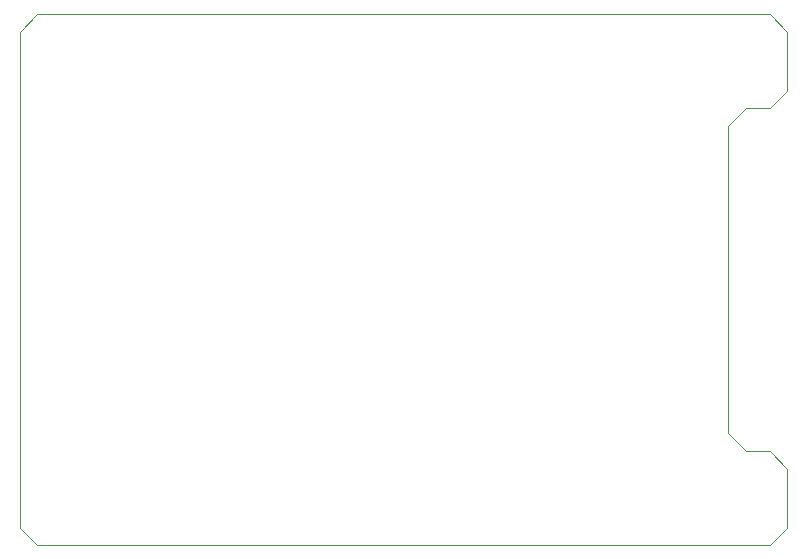
<source format=gbr>
G04 #@! TF.GenerationSoftware,KiCad,Pcbnew,(5.99.0-3349-gc9824bbd9)*
G04 #@! TF.CreationDate,2020-09-24T10:21:52-07:00*
G04 #@! TF.ProjectId,Alchitry_IO_Shield,416c6368-6974-4727-995f-494f5f536869,rev?*
G04 #@! TF.SameCoordinates,Original*
G04 #@! TF.FileFunction,Profile,NP*
%FSLAX46Y46*%
G04 Gerber Fmt 4.6, Leading zero omitted, Abs format (unit mm)*
G04 Created by KiCad (PCBNEW (5.99.0-3349-gc9824bbd9)) date 2020-09-24 10:21:52*
%MOMM*%
%LPD*%
G01*
G04 APERTURE LIST*
G04 #@! TA.AperFunction,Profile*
%ADD10C,0.050000*%
G04 #@! TD*
G04 APERTURE END LIST*
D10*
X12000000Y-13500000D02*
X12000000Y-55500000D01*
X12000000Y-55500000D02*
X13500000Y-57000000D01*
X77000000Y-13500000D02*
X75500000Y-12000000D01*
X73500000Y-20000000D02*
X75500000Y-20000000D01*
X13500000Y-57000000D02*
X75500000Y-57000000D01*
X75500000Y-49000000D02*
X73500000Y-49000000D01*
X72000000Y-47500000D02*
X72000000Y-21500000D01*
X77000000Y-18500000D02*
X77000000Y-13500000D01*
X77000000Y-50500000D02*
X75500000Y-49000000D01*
X75500000Y-12000000D02*
X13500000Y-12000000D01*
X73500000Y-49000000D02*
X72000000Y-47500000D01*
X72000000Y-21500000D02*
X73500000Y-20000000D01*
X75500000Y-57000000D02*
X77000000Y-55500000D01*
X75500000Y-20000000D02*
X77000000Y-18500000D01*
X13500000Y-12000000D02*
X12000000Y-13500000D01*
X77000000Y-55500000D02*
X77000000Y-50500000D01*
M02*

</source>
